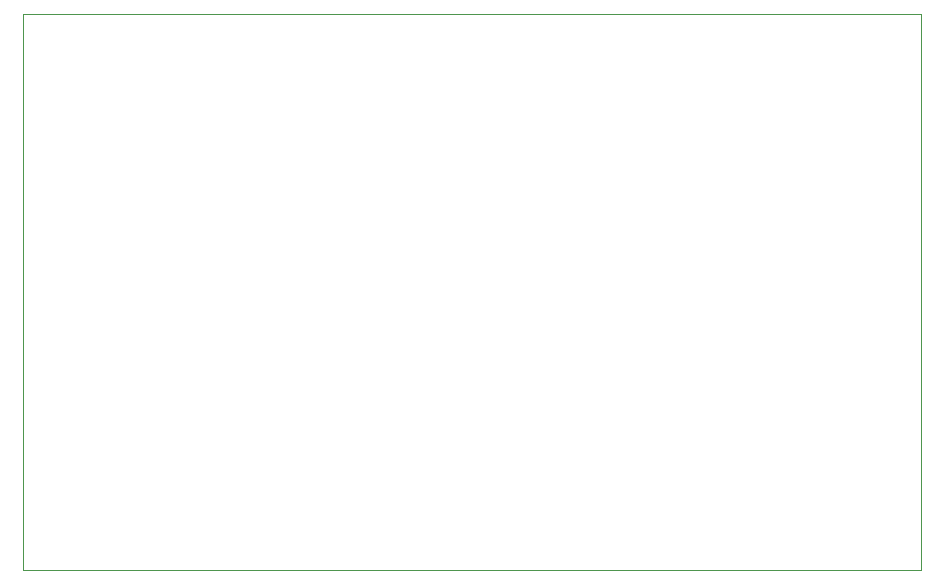
<source format=gbr>
%TF.GenerationSoftware,KiCad,Pcbnew,(6.99.0-1006-g2560c8f31b)*%
%TF.CreationDate,2022-03-06T12:20:51+01:00*%
%TF.ProjectId,freeDSP-aurora-extension-i2C-mod-display,66726565-4453-4502-9d61-75726f72612d,v1.1*%
%TF.SameCoordinates,Original*%
%TF.FileFunction,Profile,NP*%
%FSLAX46Y46*%
G04 Gerber Fmt 4.6, Leading zero omitted, Abs format (unit mm)*
G04 Created by KiCad (PCBNEW (6.99.0-1006-g2560c8f31b)) date 2022-03-06 12:20:51*
%MOMM*%
%LPD*%
G01*
G04 APERTURE LIST*
%TA.AperFunction,Profile*%
%ADD10C,0.100000*%
%TD*%
G04 APERTURE END LIST*
D10*
X98298000Y-75057000D02*
X174355000Y-75057000D01*
X98298000Y-122174000D02*
X174355000Y-122174000D01*
X98298000Y-75057000D02*
X98298000Y-122174000D01*
X174355000Y-75057000D02*
X174355000Y-122174000D01*
M02*

</source>
